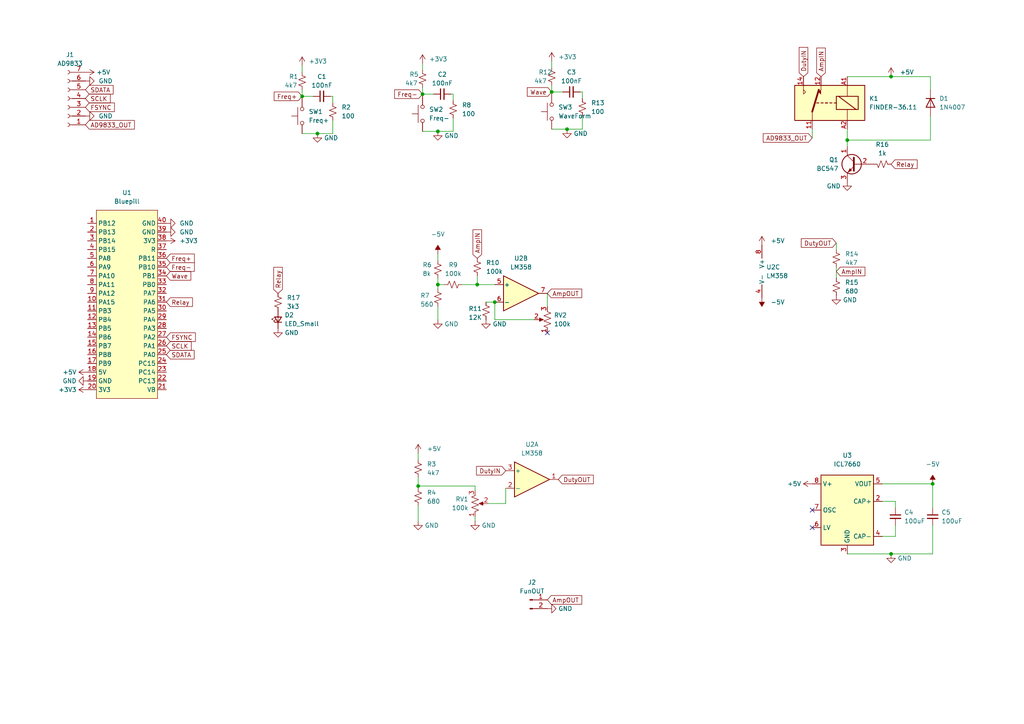
<source format=kicad_sch>
(kicad_sch (version 20211123) (generator eeschema)
  (paper "A4")
  (lib_symbols
    (symbol "Amplifier_Operational:LM358" (pin_names (offset 0.127))
      (property "Reference" "U" (at 0 5.08 0))
      (property "Value" "LM358" (at 0 -5.08 0))
      (symbol "LM358_1_1"
        (polyline (pts (xy -5.08 5.08) (xy 5.08 0) (xy -5.08 -5.08) (xy -5.08 5.08)) (stroke (width 0.254)) (fill (type background)))
        (pin output line (at 7.62 0 180) (length 2.54) (name "~") (number "1"))
        (pin input line (at -7.62 -2.54 0) (length 2.54) (name "-") (number "2"))
        (pin input line (at -7.62 2.54 0) (length 2.54) (name "+") (number "3"))
      )
      (symbol "LM358_2_1"
        (polyline (pts (xy -5.08 5.08) (xy 5.08 0) (xy -5.08 -5.08) (xy -5.08 5.08)) (stroke (width 0.254)) (fill (type background)))
        (pin input line (at -7.62 2.54 0) (length 2.54) (name "+") (number "5"))
        (pin input line (at -7.62 -2.54 0) (length 2.54) (name "-") (number "6"))
        (pin output line (at 7.62 0 180) (length 2.54) (name "~") (number "7"))
      )
      (symbol "LM358_3_1"
        (pin power_in line (at -2.54 -7.62 90) (length 3.81) (name "V-") (number "4"))
        (pin power_in line (at -2.54 7.62 270) (length 3.81) (name "V+") (number "8"))
      )
    )
    (symbol "Bluepill:Bluepill"
      (property "Reference" "U" (at 6.35 25.4 0))
      (property "Value" "Bluepill" (at -3.81 25.4 0))
      (symbol "Bluepill_0_1"
        (rectangle (start -7.62 -30.48) (end 10.16 24.13) (fill (type background)))
      )
      (symbol "Bluepill_1_1"
        (pin bidirectional line (at -10.16 20.32 0) (length 2.54) (name "PB12") (number "1"))
        (pin bidirectional line (at -10.16 -2.54 0) (length 2.54) (name "PA15") (number "10"))
        (pin bidirectional line (at -10.16 -5.08 0) (length 2.54) (name "PB3") (number "11"))
        (pin bidirectional line (at -10.16 -7.62 0) (length 2.54) (name "PB4") (number "12"))
        (pin bidirectional line (at -10.16 -10.16 0) (length 2.54) (name "PB5") (number "13"))
        (pin bidirectional line (at -10.16 -12.7 0) (length 2.54) (name "PB6") (number "14"))
        (pin bidirectional line (at -10.16 -15.24 0) (length 2.54) (name "PB7") (number "15"))
        (pin bidirectional line (at -10.16 -17.78 0) (length 2.54) (name "PB8") (number "16"))
        (pin bidirectional line (at -10.16 -20.32 0) (length 2.54) (name "PB9") (number "17"))
        (pin power_out line (at -10.16 -22.86 0) (length 2.54) (name "5V") (number "18"))
        (pin power_out line (at -10.16 -25.4 0) (length 2.54) (name "GND") (number "19"))
        (pin bidirectional line (at -10.16 17.78 0) (length 2.54) (name "PB13") (number "2"))
        (pin power_out line (at -10.16 -27.94 0) (length 2.54) (name "3V3") (number "20"))
        (pin power_in line (at 12.7 -27.94 180) (length 2.54) (name "VB") (number "21"))
        (pin bidirectional line (at 12.7 -25.4 180) (length 2.54) (name "PC13") (number "22"))
        (pin bidirectional line (at 12.7 -22.86 180) (length 2.54) (name "PC14") (number "23"))
        (pin bidirectional line (at 12.7 -20.32 180) (length 2.54) (name "PC15") (number "24"))
        (pin bidirectional line (at 12.7 -17.78 180) (length 2.54) (name "PA0") (number "25"))
        (pin bidirectional line (at 12.7 -15.24 180) (length 2.54) (name "PA1") (number "26"))
        (pin bidirectional line (at 12.7 -12.7 180) (length 2.54) (name "PA2") (number "27"))
        (pin bidirectional line (at 12.7 -10.16 180) (length 2.54) (name "PA3") (number "28"))
        (pin bidirectional line (at 12.7 -7.62 180) (length 2.54) (name "PA4") (number "29"))
        (pin bidirectional line (at -10.16 15.24 0) (length 2.54) (name "PB14") (number "3"))
        (pin bidirectional line (at 12.7 -5.08 180) (length 2.54) (name "PA5") (number "30"))
        (pin bidirectional line (at 12.7 -2.54 180) (length 2.54) (name "PA6") (number "31"))
        (pin bidirectional line (at 12.7 0 180) (length 2.54) (name "PA7") (number "32"))
        (pin bidirectional line (at 12.7 2.54 180) (length 2.54) (name "PB0") (number "33"))
        (pin bidirectional line (at 12.7 5.08 180) (length 2.54) (name "PB1") (number "34"))
        (pin bidirectional line (at 12.7 7.62 180) (length 2.54) (name "PB10") (number "35"))
        (pin bidirectional line (at 12.7 10.16 180) (length 2.54) (name "PB11") (number "36"))
        (pin bidirectional line (at 12.7 12.7 180) (length 2.54) (name "R") (number "37"))
        (pin power_out line (at 12.7 15.24 180) (length 2.54) (name "3V3") (number "38"))
        (pin power_out line (at 12.7 17.78 180) (length 2.54) (name "GND") (number "39"))
        (pin bidirectional line (at -10.16 12.7 0) (length 2.54) (name "PB15") (number "4"))
        (pin power_out line (at 12.7 20.32 180) (length 2.54) (name "GND") (number "40"))
        (pin bidirectional line (at -10.16 10.16 0) (length 2.54) (name "PA8") (number "5"))
        (pin bidirectional line (at -10.16 7.62 0) (length 2.54) (name "PA9") (number "6"))
        (pin bidirectional line (at -10.16 5.08 0) (length 2.54) (name "PA10") (number "7"))
        (pin bidirectional line (at -10.16 2.54 0) (length 2.54) (name "PA11") (number "8"))
        (pin bidirectional line (at -10.16 0 0) (length 2.54) (name "PA12") (number "9"))
      )
    )
    (symbol "Connector:Conn_01x02_Male" (pin_names (offset 1.016) hide)
      (property "Reference" "J" (at 0 2.54 0))
      (property "Value" "Conn_01x02_Male" (at 0 -5.08 0))
      (symbol "Conn_01x02_Male_1_1"
        (polyline (pts (xy 1.27 -2.54) (xy 0.8636 -2.54)) (stroke (width 0.1524)))
        (polyline (pts (xy 1.27 0) (xy 0.8636 0)) (stroke (width 0.1524)))
        (rectangle (start 0.8636 -2.413) (end 0 -2.667) (stroke (width 0.1524)) (fill (type outline)))
        (rectangle (start 0.8636 0.127) (end 0 -0.127) (stroke (width 0.1524)) (fill (type outline)))
        (pin passive line (at 5.08 0 180) (length 3.81) (name "Pin_1") (number "1"))
        (pin passive line (at 5.08 -2.54 180) (length 3.81) (name "Pin_2") (number "2"))
      )
    )
    (symbol "Connector:Conn_01x07_Female" (pin_names (offset 1.016) hide)
      (property "Reference" "J" (at 0 10.16 0))
      (property "Value" "Conn_01x07_Female" (at 0 -10.16 0))
      (symbol "Conn_01x07_Female_1_1"
        (arc (start 0 -7.112) (mid -0.508 -7.62) (end 0 -8.128) (stroke (width 0.1524)))
        (arc (start 0 -4.572) (mid -0.508 -5.08) (end 0 -5.588) (stroke (width 0.1524)))
        (arc (start 0 -2.032) (mid -0.508 -2.54) (end 0 -3.048) (stroke (width 0.1524)))
        (polyline (pts (xy -1.27 -7.62) (xy -0.508 -7.62)) (stroke (width 0.1524)))
        (polyline (pts (xy -1.27 -5.08) (xy -0.508 -5.08)) (stroke (width 0.1524)))
        (polyline (pts (xy -1.27 -2.54) (xy -0.508 -2.54)) (stroke (width 0.1524)))
        (polyline (pts (xy -1.27 0) (xy -0.508 0)) (stroke (width 0.1524)))
        (polyline (pts (xy -1.27 2.54) (xy -0.508 2.54)) (stroke (width 0.1524)))
        (polyline (pts (xy -1.27 5.08) (xy -0.508 5.08)) (stroke (width 0.1524)))
        (polyline (pts (xy -1.27 7.62) (xy -0.508 7.62)) (stroke (width 0.1524)))
        (arc (start 0 0.508) (mid -0.508 0) (end 0 -0.508) (stroke (width 0.1524)))
        (arc (start 0 3.048) (mid -0.508 2.54) (end 0 2.032) (stroke (width 0.1524)))
        (arc (start 0 5.588) (mid -0.508 5.08) (end 0 4.572) (stroke (width 0.1524)))
        (arc (start 0 8.128) (mid -0.508 7.62) (end 0 7.112) (stroke (width 0.1524)))
        (pin passive line (at -5.08 7.62 0) (length 3.81) (name "Pin_1") (number "1"))
        (pin passive line (at -5.08 5.08 0) (length 3.81) (name "Pin_2") (number "2"))
        (pin passive line (at -5.08 2.54 0) (length 3.81) (name "Pin_3") (number "3"))
        (pin passive line (at -5.08 0 0) (length 3.81) (name "Pin_4") (number "4"))
        (pin passive line (at -5.08 -2.54 0) (length 3.81) (name "Pin_5") (number "5"))
        (pin passive line (at -5.08 -5.08 0) (length 3.81) (name "Pin_6") (number "6"))
        (pin passive line (at -5.08 -7.62 0) (length 3.81) (name "Pin_7") (number "7"))
      )
    )
    (symbol "Device:C_Small" (pin_numbers hide) (pin_names (offset 0.254) hide)
      (property "Reference" "C" (at 0.254 1.778 0))
      (property "Value" "C_Small" (at 0.254 -2.032 0))
      (symbol "C_Small_0_1"
        (polyline (pts (xy -1.524 -0.508) (xy 1.524 -0.508)) (stroke (width 0.3302)))
        (polyline (pts (xy -1.524 0.508) (xy 1.524 0.508)) (stroke (width 0.3048)))
      )
      (symbol "C_Small_1_1"
        (pin passive line (at 0 2.54 270) (length 2.032) (name "~") (number "1"))
        (pin passive line (at 0 -2.54 90) (length 2.032) (name "~") (number "2"))
      )
    )
    (symbol "Device:LED_Small" (pin_numbers hide) (pin_names (offset 0.254) hide)
      (property "Reference" "D" (at -1.27 3.175 0))
      (property "Value" "LED_Small" (at -4.445 -2.54 0))
      (symbol "LED_Small_0_1"
        (polyline (pts (xy -0.762 -1.016) (xy -0.762 1.016)) (stroke (width 0.254)))
        (polyline (pts (xy 1.016 0) (xy -0.762 0)))
        (polyline (pts (xy 0.762 -1.016) (xy -0.762 0) (xy 0.762 1.016) (xy 0.762 -1.016)) (stroke (width 0.254)))
        (polyline (pts (xy 0 0.762) (xy -0.508 1.27) (xy -0.254 1.27) (xy -0.508 1.27) (xy -0.508 1.016)))
        (polyline (pts (xy 0.508 1.27) (xy 0 1.778) (xy 0.254 1.778) (xy 0 1.778) (xy 0 1.524)))
      )
      (symbol "LED_Small_1_1"
        (pin passive line (at -2.54 0 0) (length 1.778) (name "K") (number "1"))
        (pin passive line (at 2.54 0 180) (length 1.778) (name "A") (number "2"))
      )
    )
    (symbol "Device:R_Potentiometer_US" (pin_names (offset 1.016) hide)
      (property "Reference" "RV" (at -4.445 0 90))
      (property "Value" "R_Potentiometer_US" (at -2.54 0 90))
      (symbol "R_Potentiometer_US_0_1"
        (polyline (pts (xy 0 -2.286) (xy 0 -2.54)))
        (polyline (pts (xy 0 2.54) (xy 0 2.286)))
        (polyline (pts (xy 2.54 0) (xy 1.524 0)))
        (polyline (pts (xy 1.143 0) (xy 2.286 0.508) (xy 2.286 -0.508) (xy 1.143 0)) (fill (type outline)))
        (polyline (pts (xy 0 -0.762) (xy 1.016 -1.143) (xy 0 -1.524) (xy -1.016 -1.905) (xy 0 -2.286)))
        (polyline (pts (xy 0 0.762) (xy 1.016 0.381) (xy 0 0) (xy -1.016 -0.381) (xy 0 -0.762)))
        (polyline (pts (xy 0 2.286) (xy 1.016 1.905) (xy 0 1.524) (xy -1.016 1.143) (xy 0 0.762)))
      )
      (symbol "R_Potentiometer_US_1_1"
        (pin passive line (at 0 3.81 270) (length 1.27) (name "1") (number "1"))
        (pin passive line (at 3.81 0 180) (length 1.27) (name "2") (number "2"))
        (pin passive line (at 0 -3.81 90) (length 1.27) (name "3") (number "3"))
      )
    )
    (symbol "Device:R_Small_US" (pin_numbers hide) (pin_names (offset 0.254) hide)
      (property "Reference" "R" (at 0.762 0.508 0))
      (property "Value" "R_Small_US" (at 0.762 -1.016 0))
      (symbol "R_Small_US_1_1"
        (polyline (pts (xy 0 0) (xy 1.016 -0.381) (xy 0 -0.762) (xy -1.016 -1.143) (xy 0 -1.524)))
        (polyline (pts (xy 0 1.524) (xy 1.016 1.143) (xy 0 0.762) (xy -1.016 0.381) (xy 0 0)))
        (pin passive line (at 0 2.54 270) (length 1.016) (name "~") (number "1"))
        (pin passive line (at 0 -2.54 90) (length 1.016) (name "~") (number "2"))
      )
    )
    (symbol "Diode:1N4007" (pin_numbers hide) (pin_names (offset 1.016) hide)
      (property "Reference" "D" (at 0 2.54 0))
      (property "Value" "1N4007" (at 0 -2.54 0))
      (symbol "1N4007_0_1"
        (polyline (pts (xy -1.27 1.27) (xy -1.27 -1.27)) (stroke (width 0.254)))
        (polyline (pts (xy 1.27 0) (xy -1.27 0)))
        (polyline (pts (xy 1.27 1.27) (xy 1.27 -1.27) (xy -1.27 0) (xy 1.27 1.27)) (stroke (width 0.254)))
      )
      (symbol "1N4007_1_1"
        (pin passive line (at -3.81 0 0) (length 2.54) (name "K") (number "1"))
        (pin passive line (at 3.81 0 180) (length 2.54) (name "A") (number "2"))
      )
    )
    (symbol "Regulator_SwitchedCapacitor:ICL7660"
      (property "Reference" "U" (at -6.35 11.43 0))
      (property "Value" "ICL7660" (at 3.81 11.43 0))
      (symbol "ICL7660_0_1"
        (rectangle (start -7.62 10.16) (end 7.62 -10.16) (stroke (width 0.254)) (fill (type background)))
      )
      (symbol "ICL7660_1_1"
        (pin no_connect line (at -7.62 5.08 0) (length 2.54) hide (name "NC") (number "1"))
        (pin input line (at 10.16 2.54 180) (length 2.54) (name "CAP+") (number "2"))
        (pin power_in line (at 0 -12.7 90) (length 2.54) (name "GND") (number "3"))
        (pin input line (at 10.16 -7.62 180) (length 2.54) (name "CAP-") (number "4"))
        (pin power_out line (at 10.16 7.62 180) (length 2.54) (name "VOUT") (number "5"))
        (pin input line (at -10.16 -5.08 0) (length 2.54) (name "LV") (number "6"))
        (pin input line (at -10.16 0 0) (length 2.54) (name "OSC") (number "7"))
        (pin power_in line (at -10.16 7.62 0) (length 2.54) (name "V+") (number "8"))
      )
    )
    (symbol "Relay:FINDER-36.11"
      (property "Reference" "K" (at 11.43 3.81 0))
      (property "Value" "FINDER-36.11" (at 11.43 1.27 0))
      (symbol "FINDER-36.11_0_0"
        (polyline (pts (xy 2.54 3.81) (xy 2.54 5.08)))
        (polyline (pts (xy 7.62 3.81) (xy 7.62 5.08)))
        (polyline (pts (xy 7.62 3.81) (xy 7.62 2.54) (xy 6.985 3.175) (xy 7.62 3.81)))
      )
      (symbol "FINDER-36.11_0_1"
        (rectangle (start -10.16 5.08) (end 10.16 -5.08) (stroke (width 0.254)) (fill (type background)))
        (rectangle (start -8.255 1.905) (end -1.905 -1.905) (stroke (width 0.254)))
        (polyline (pts (xy -7.62 -1.905) (xy -2.54 1.905)) (stroke (width 0.254)))
        (polyline (pts (xy -5.08 -5.08) (xy -5.08 -1.905)))
        (polyline (pts (xy -5.08 5.08) (xy -5.08 1.905)))
        (polyline (pts (xy -1.905 0) (xy -1.27 0)) (stroke (width 0.254)))
        (polyline (pts (xy -0.635 0) (xy 0 0)) (stroke (width 0.254)))
        (polyline (pts (xy 0.635 0) (xy 1.27 0)) (stroke (width 0.254)))
        (polyline (pts (xy 0.635 0) (xy 1.27 0)) (stroke (width 0.254)))
        (polyline (pts (xy 1.905 0) (xy 2.54 0)) (stroke (width 0.254)))
        (polyline (pts (xy 3.175 0) (xy 3.81 0)) (stroke (width 0.254)))
        (polyline (pts (xy 5.08 -2.54) (xy 3.175 3.81)) (stroke (width 0.508)))
        (polyline (pts (xy 5.08 -2.54) (xy 5.08 -5.08)))
        (polyline (pts (xy 2.54 2.54) (xy 3.175 3.175) (xy 2.54 3.81)) (fill (type outline)))
      )
      (symbol "FINDER-36.11_1_1"
        (pin passive line (at 5.08 -7.62 90) (length 2.54) (name "~") (number "11"))
        (pin passive line (at 2.54 7.62 270) (length 2.54) (name "~") (number "12"))
        (pin passive line (at 7.62 7.62 270) (length 2.54) (name "~") (number "14"))
        (pin passive line (at -5.08 7.62 270) (length 2.54) (name "~") (number "A1"))
        (pin passive line (at -5.08 -7.62 90) (length 2.54) (name "~") (number "A2"))
      )
    )
    (symbol "Switch:SW_Push" (pin_numbers hide) (pin_names (offset 1.016) hide)
      (property "Reference" "SW" (at 1.27 2.54 0))
      (property "Value" "SW_Push" (at 0 -1.524 0))
      (symbol "SW_Push_0_1"
        (circle (center -2.032 0) (radius 0.508))
        (polyline (pts (xy 0 1.27) (xy 0 3.048)))
        (polyline (pts (xy 2.54 1.27) (xy -2.54 1.27)))
        (circle (center 2.032 0) (radius 0.508))
        (pin passive line (at -5.08 0 0) (length 2.54) (name "1") (number "1"))
        (pin passive line (at 5.08 0 180) (length 2.54) (name "2") (number "2"))
      )
    )
    (symbol "Transistor_BJT:BC547" (pin_names (offset 0) hide)
      (property "Reference" "Q" (at 5.08 1.905 0))
      (property "Value" "BC547" (at 5.08 0 0))
      (symbol "BC547_0_1"
        (polyline (pts (xy 0 0) (xy 0.635 0)))
        (polyline (pts (xy 0.635 0.635) (xy 2.54 2.54)))
        (polyline (pts (xy 0.635 -0.635) (xy 2.54 -2.54) (xy 2.54 -2.54)))
        (polyline (pts (xy 0.635 1.905) (xy 0.635 -1.905) (xy 0.635 -1.905)) (stroke (width 0.508)))
        (polyline (pts (xy 1.27 -1.778) (xy 1.778 -1.27) (xy 2.286 -2.286) (xy 1.27 -1.778) (xy 1.27 -1.778)) (fill (type outline)))
        (circle (center 1.27 0) (radius 2.8194) (stroke (width 0.254)))
      )
      (symbol "BC547_1_1"
        (pin passive line (at 2.54 5.08 270) (length 2.54) (name "C") (number "1"))
        (pin input line (at -5.08 0 0) (length 5.08) (name "B") (number "2"))
        (pin passive line (at 2.54 -5.08 90) (length 2.54) (name "E") (number "3"))
      )
    )
    (symbol "power:+3V3" (power) (pin_names (offset 0))
      (property "Value" "+3V3" (at 0 3.556 0))
      (symbol "+3V3_0_1"
        (polyline (pts (xy -0.762 1.27) (xy 0 2.54)))
        (polyline (pts (xy 0 0) (xy 0 2.54)))
        (polyline (pts (xy 0 2.54) (xy 0.762 1.27)))
      )
      (symbol "+3V3_1_1"
        (pin power_in line (at 0 0 90) (length 0) hide (name "+3V3") (number "1"))
      )
    )
    (symbol "power:+5V" (power) (pin_names (offset 0))
      (property "Value" "+5V" (at 0 3.556 0))
      (symbol "+5V_0_1"
        (polyline (pts (xy -0.762 1.27) (xy 0 2.54)))
        (polyline (pts (xy 0 0) (xy 0 2.54)))
        (polyline (pts (xy 0 2.54) (xy 0.762 1.27)))
      )
      (symbol "+5V_1_1"
        (pin power_in line (at 0 0 90) (length 0) hide (name "+5V") (number "1"))
      )
    )
    (symbol "power:-5V" (power) (pin_names (offset 0))
      (property "Value" "-5V" (at 0 3.81 0))
      (symbol "-5V_0_0"
        (pin power_in line (at 0 0 90) (length 0) hide (name "-5V") (number "1"))
      )
      (symbol "-5V_0_1"
        (polyline (pts (xy 0 0) (xy 0 1.27) (xy 0.762 1.27) (xy 0 2.54) (xy -0.762 1.27) (xy 0 1.27)) (fill (type outline)))
      )
    )
    (symbol "power:GND" (power) (pin_names (offset 0))
      (property "Value" "GND" (at 0 -3.81 0))
      (symbol "GND_0_1"
        (polyline (pts (xy 0 0) (xy 0 -1.27) (xy 1.27 -1.27) (xy 0 -2.54) (xy -1.27 -1.27) (xy 0 -1.27)))
      )
      (symbol "GND_1_1"
        (pin power_in line (at 0 0 270) (length 0) hide (name "GND") (number "1"))
      )
    )
  )
  (junction (at 122.555 27.305))
  (junction (at 164.465 37.465))
  (junction (at 258.445 160.655))
  (junction (at 258.445 22.225))
  (junction (at 127 82.55))
  (junction (at 245.745 40.64))
  (junction (at 92.075 38.735))
  (junction (at 160.02 26.67))
  (junction (at 87.63 27.94))
  (junction (at 127 38.1))
  (junction (at 121.285 140.97))
  (junction (at 143.51 87.63))
  (junction (at 270.51 140.335))
  (junction (at 138.43 82.55))
  (no_connect (at 235.585 147.955))
  (no_connect (at 235.585 153.035))
  (no_connect (at 158.75 96.52))
  (wire (pts (xy 160.02 26.67) (xy 163.195 26.67)))
  (wire (pts (xy 143.51 87.63) (xy 143.51 92.71)))
  (wire (pts (xy 242.57 80.645) (xy 242.57 77.47)))
  (wire (pts (xy 121.285 131.445) (xy 121.285 133.35)))
  (wire (pts (xy 146.685 141.605) (xy 146.685 146.05)))
  (wire (pts (xy 137.795 149.86) (xy 137.795 151.13)))
  (wire (pts (xy 255.905 155.575) (xy 259.715 155.575)))
  (wire (pts (xy 133.985 82.55) (xy 138.43 82.55)))
  (wire (pts (xy 96.52 38.735) (xy 92.075 38.735)))
  (wire (pts (xy 258.445 22.225) (xy 269.875 22.225)))
  (wire (pts (xy 270.51 140.335) (xy 270.51 147.32)))
  (wire (pts (xy 146.685 146.05) (xy 141.605 146.05)))
  (wire (pts (xy 121.285 140.97) (xy 121.285 141.605)))
  (wire (pts (xy 259.715 155.575) (xy 259.715 152.4)))
  (wire (pts (xy 122.555 27.305) (xy 125.73 27.305)))
  (wire (pts (xy 258.445 160.655) (xy 270.51 160.655)))
  (wire (pts (xy 95.885 27.94) (xy 96.52 27.94)))
  (wire (pts (xy 121.285 138.43) (xy 121.285 140.97)))
  (wire (pts (xy 160.02 26.67) (xy 160.02 27.305)))
  (wire (pts (xy 270.51 160.655) (xy 270.51 152.4)))
  (wire (pts (xy 245.745 42.545) (xy 245.745 40.64)))
  (wire (pts (xy 131.445 38.1) (xy 127 38.1)))
  (wire (pts (xy 168.91 26.67) (xy 168.91 28.575)))
  (wire (pts (xy 127 38.1) (xy 122.555 38.1)))
  (wire (pts (xy 245.745 40.64) (xy 245.745 37.465)))
  (wire (pts (xy 138.43 80.01) (xy 138.43 82.55)))
  (wire (pts (xy 140.97 87.63) (xy 143.51 87.63)))
  (wire (pts (xy 138.43 82.55) (xy 143.51 82.55)))
  (wire (pts (xy 160.02 24.765) (xy 160.02 26.67)))
  (wire (pts (xy 269.875 33.655) (xy 269.875 40.64)))
  (wire (pts (xy 235.585 37.465) (xy 235.585 40.005)))
  (wire (pts (xy 245.745 160.655) (xy 258.445 160.655)))
  (wire (pts (xy 127 73.66) (xy 127 75.565)))
  (wire (pts (xy 158.75 85.09) (xy 158.75 88.9)))
  (wire (pts (xy 127 82.55) (xy 128.905 82.55)))
  (wire (pts (xy 269.875 22.225) (xy 269.875 26.035)))
  (wire (pts (xy 168.275 26.67) (xy 168.91 26.67)))
  (wire (pts (xy 137.795 140.97) (xy 121.285 140.97)))
  (wire (pts (xy 121.285 151.13) (xy 121.285 146.685)))
  (wire (pts (xy 87.63 27.94) (xy 90.805 27.94)))
  (wire (pts (xy 137.795 142.24) (xy 137.795 140.97)))
  (wire (pts (xy 168.91 33.655) (xy 168.91 37.465)))
  (wire (pts (xy 242.57 70.485) (xy 242.57 72.39)))
  (wire (pts (xy 269.875 40.64) (xy 245.745 40.64)))
  (wire (pts (xy 122.555 18.415) (xy 122.555 20.32)))
  (wire (pts (xy 127 80.645) (xy 127 82.55)))
  (wire (pts (xy 168.91 37.465) (xy 164.465 37.465)))
  (wire (pts (xy 96.52 34.925) (xy 96.52 38.735)))
  (wire (pts (xy 87.63 19.05) (xy 87.63 20.955)))
  (wire (pts (xy 164.465 37.465) (xy 160.02 37.465)))
  (wire (pts (xy 131.445 27.305) (xy 131.445 29.21)))
  (wire (pts (xy 130.81 27.305) (xy 131.445 27.305)))
  (wire (pts (xy 131.445 34.29) (xy 131.445 38.1)))
  (wire (pts (xy 143.51 92.71) (xy 154.94 92.71)))
  (wire (pts (xy 96.52 27.94) (xy 96.52 29.845)))
  (wire (pts (xy 127 92.71) (xy 127 88.9)))
  (wire (pts (xy 87.63 27.94) (xy 87.63 28.575)))
  (wire (pts (xy 122.555 25.4) (xy 122.555 27.305)))
  (wire (pts (xy 122.555 27.305) (xy 122.555 27.94)))
  (wire (pts (xy 87.63 26.035) (xy 87.63 27.94)))
  (wire (pts (xy 92.075 38.735) (xy 87.63 38.735)))
  (wire (pts (xy 255.905 145.415) (xy 259.715 145.415)))
  (wire (pts (xy 259.715 145.415) (xy 259.715 147.32)))
  (wire (pts (xy 255.905 140.335) (xy 270.51 140.335)))
  (wire (pts (xy 245.745 22.225) (xy 258.445 22.225)))
  (wire (pts (xy 160.02 17.78) (xy 160.02 19.685)))
  (wire (pts (xy 127 82.55) (xy 127 83.82)))
  (global_label "AmpIN" (shape input) (at 138.43 74.93 90) (property "Intersheet References" "${INTERSHEET_REFS}" (effects hide)))
  (global_label "DutyOUT" (shape input) (at 242.57 70.485 180) (property "Intersheet References" "${INTERSHEET_REFS}" (effects hide)))
  (global_label "Relay" (shape input) (at 80.645 85.09 90) (property "Intersheet References" "${INTERSHEET_REFS}" (effects hide)))
  (global_label "Relay" (shape input) (at 48.26 87.63 0) (property "Intersheet References" "${INTERSHEET_REFS}" (effects hide)))
  (global_label "FSYNC" (shape input) (at 48.26 97.79 0) (property "Intersheet References" "${INTERSHEET_REFS}" (effects hide)))
  (global_label "Freq+" (shape input) (at 87.63 27.94 180) (property "Intersheet References" "${INTERSHEET_REFS}" (effects hide)))
  (global_label "SCLK" (shape input) (at 24.765 28.575 0) (property "Intersheet References" "${INTERSHEET_REFS}" (effects hide)))
  (global_label "Freq-" (shape input) (at 122.555 27.305 180) (property "Intersheet References" "${INTERSHEET_REFS}" (effects hide)))
  (global_label "DutyIN" (shape input) (at 146.685 136.525 180) (property "Intersheet References" "${INTERSHEET_REFS}" (effects hide)))
  (global_label "Freq-" (shape input) (at 48.26 77.47 0) (property "Intersheet References" "${INTERSHEET_REFS}" (effects hide)))
  (global_label "DutyOUT" (shape input) (at 161.925 139.065 0) (property "Intersheet References" "${INTERSHEET_REFS}" (effects hide)))
  (global_label "Wave" (shape input) (at 160.02 26.67 180) (property "Intersheet References" "${INTERSHEET_REFS}" (effects hide)))
  (global_label "AD9833_OUT" (shape input) (at 24.765 36.195 0) (property "Intersheet References" "${INTERSHEET_REFS}" (effects hide)))
  (global_label "AD9833_OUT" (shape input) (at 235.585 40.005 180) (property "Intersheet References" "${INTERSHEET_REFS}" (effects hide)))
  (global_label "AmpOUT" (shape input) (at 158.75 85.09 0) (property "Intersheet References" "${INTERSHEET_REFS}" (effects hide)))
  (global_label "FSYNC" (shape input) (at 24.765 31.115 0) (property "Intersheet References" "${INTERSHEET_REFS}" (effects hide)))
  (global_label "DutyIN" (shape input) (at 233.045 22.225 90) (property "Intersheet References" "${INTERSHEET_REFS}" (effects hide)))
  (global_label "SDATA" (shape input) (at 48.26 102.87 0) (property "Intersheet References" "${INTERSHEET_REFS}" (effects hide)))
  (global_label "Relay" (shape input) (at 258.445 47.625 0) (property "Intersheet References" "${INTERSHEET_REFS}" (effects hide)))
  (global_label "SCLK" (shape input) (at 48.26 100.33 0) (property "Intersheet References" "${INTERSHEET_REFS}" (effects hide)))
  (global_label "AmpIN" (shape input) (at 242.57 78.74 0) (property "Intersheet References" "${INTERSHEET_REFS}" (effects hide)))
  (global_label "SDATA" (shape input) (at 24.765 26.035 0) (property "Intersheet References" "${INTERSHEET_REFS}" (effects hide)))
  (global_label "Freq+" (shape input) (at 48.26 74.93 0) (property "Intersheet References" "${INTERSHEET_REFS}" (effects hide)))
  (global_label "Wave" (shape input) (at 48.26 80.01 0) (property "Intersheet References" "${INTERSHEET_REFS}" (effects hide)))
  (global_label "AmpIN" (shape input) (at 238.125 22.225 90) (property "Intersheet References" "${INTERSHEET_REFS}" (effects hide)))
  (global_label "AmpOUT" (shape input) (at 158.75 173.99 0) (property "Intersheet References" "${INTERSHEET_REFS}" (effects hide)))
  (symbol (lib_id "Device:R_Small_US") (at 160.02 22.225 0) (unit 1)
    (property "Reference" "R12" (at 156.21 20.955 0) (effects (justify left)))
    (property "Value" "4k7" (at 154.94 23.495 0) (effects (justify left)))
    (property "Footprint" "Resistor_THT:R_Axial_DIN0414_L11.9mm_D4.5mm_P15.24mm_Horizontal" (effects hide))
  )
  (symbol (lib_id "power:+3V3") (at 87.63 19.05 0) (unit 1)
    (property "Reference" "#PWR0118" (effects hide))
    (property "Value" "+3V3" (at 89.535 17.7799 0) (effects (justify left)))
  )
  (symbol (lib_id "power:GND") (at 48.26 67.31 90) (unit 1)
    (property "Reference" "#PWR0122" (effects hide))
    (property "Value" "GND" (at 52.07 67.3099 90) (effects (justify right)))
  )
  (symbol (lib_id "Device:R_Potentiometer_US") (at 137.795 146.05 0) (mirror x) (unit 1)
    (property "Reference" "RV1" (at 135.89 144.7799 0) (effects (justify right)))
    (property "Value" "100k" (at 135.89 147.3199 0) (effects (justify right)))
    (property "Footprint" "Potentiometer_THT:Potentiometer_Alps_RK09Y11_Single_Horizontal" (effects hide))
  )
  (symbol (lib_id "Device:R_Small_US") (at 138.43 77.47 0) (unit 1)
    (property "Reference" "R10" (at 140.97 76.1999 0) (effects (justify left)))
    (property "Value" "100k" (at 140.97 78.7399 0) (effects (justify left)))
    (property "Footprint" "Resistor_THT:R_Axial_DIN0414_L11.9mm_D4.5mm_P15.24mm_Horizontal" (effects hide))
  )
  (symbol (lib_id "Device:R_Small_US") (at 127 78.105 0) (unit 1)
    (property "Reference" "R6" (at 122.555 76.835 0) (effects (justify left)))
    (property "Value" "8k" (at 122.555 79.375 0) (effects (justify left)))
    (property "Footprint" "Resistor_THT:R_Axial_DIN0414_L11.9mm_D4.5mm_P15.24mm_Horizontal" (effects hide))
  )
  (symbol (lib_id "power:GND") (at 92.075 38.735 0) (unit 1)
    (property "Reference" "#PWR0113" (effects hide))
    (property "Value" "GND" (at 93.98 40.0049 0) (effects (justify left)))
  )
  (symbol (lib_id "Device:R_Small_US") (at 131.445 82.55 270) (unit 1)
    (property "Reference" "R9" (at 131.445 76.835 90))
    (property "Value" "100k" (at 131.445 79.375 90))
    (property "Footprint" "Resistor_THT:R_Axial_DIN0414_L11.9mm_D4.5mm_P15.24mm_Horizontal" (effects hide))
  )
  (symbol (lib_id "power:-5V") (at 220.98 86.36 180) (unit 1)
    (property "Reference" "#PWR0109" (effects hide))
    (property "Value" "-5V" (at 223.52 87.6299 0) (effects (justify right)))
  )
  (symbol (lib_id "Device:C_Small") (at 270.51 149.86 0) (unit 1)
    (property "Reference" "C5" (at 273.05 148.5962 0) (effects (justify left)))
    (property "Value" "100uF" (at 273.05 151.1362 0) (effects (justify left)))
    (property "Footprint" "Capacitor_THT:CP_Radial_D12.5mm_P5.00mm" (effects hide))
  )
  (symbol (lib_id "power:+5V") (at 24.765 20.955 270) (unit 1)
    (property "Reference" "#PWR0120" (effects hide))
    (property "Value" "+5V" (at 27.94 20.9549 90) (effects (justify left)))
  )
  (symbol (lib_id "power:GND") (at 258.445 160.655 0) (unit 1)
    (property "Reference" "#PWR0106" (effects hide))
    (property "Value" "GND" (at 260.35 161.9249 0) (effects (justify left)))
  )
  (symbol (lib_id "power:GND") (at 80.645 95.25 0) (unit 1)
    (property "Reference" "#PWR0131" (effects hide))
    (property "Value" "GND" (at 82.55 96.5199 0) (effects (justify left)))
  )
  (symbol (lib_id "power:GND") (at 127 92.71 0) (unit 1)
    (property "Reference" "#PWR0129" (effects hide))
    (property "Value" "GND" (at 128.905 93.9799 0) (effects (justify left)))
  )
  (symbol (lib_id "Connector:Conn_01x07_Female") (at 19.685 28.575 180) (unit 1)
    (property "Reference" "J1" (at 20.32 15.875 0))
    (property "Value" "AD9833" (at 20.32 18.415 0))
    (property "Footprint" "Connector_PinSocket_2.54mm:PinSocket_1x07_P2.54mm_Vertical" (effects hide))
  )
  (symbol (lib_id "power:+5V") (at 258.445 22.225 0) (unit 1)
    (property "Reference" "#PWR0111" (effects hide))
    (property "Value" "+5V" (at 260.985 20.9549 0) (effects (justify left)))
  )
  (symbol (lib_id "Device:R_Small_US") (at 87.63 23.495 0) (unit 1)
    (property "Reference" "R1" (at 83.82 22.225 0) (effects (justify left)))
    (property "Value" "4k7" (at 82.55 24.765 0) (effects (justify left)))
    (property "Footprint" "Resistor_THT:R_Axial_DIN0414_L11.9mm_D4.5mm_P15.24mm_Horizontal" (effects hide))
  )
  (symbol (lib_id "Device:LED_Small") (at 80.645 92.71 90) (unit 1)
    (property "Reference" "D2" (at 82.55 91.3764 90) (effects (justify right)))
    (property "Value" "LED_Small" (at 82.55 93.9164 90) (effects (justify right)))
    (property "Footprint" "LED_THT:LED_D3.0mm" (effects hide))
  )
  (symbol (lib_id "power:+3V3") (at 25.4 113.03 90) (unit 1)
    (property "Reference" "#PWR0116" (effects hide))
    (property "Value" "+3V3" (at 22.225 113.0299 90) (effects (justify left)))
  )
  (symbol (lib_id "Device:C_Small") (at 259.715 149.86 0) (unit 1)
    (property "Reference" "C4" (at 262.255 148.5962 0) (effects (justify left)))
    (property "Value" "100uF" (at 262.255 151.1362 0) (effects (justify left)))
    (property "Footprint" "Capacitor_THT:CP_Radial_D12.5mm_P5.00mm" (effects hide))
  )
  (symbol (lib_id "Device:R_Small_US") (at 121.285 135.89 0) (unit 1)
    (property "Reference" "R3" (at 123.825 134.6199 0) (effects (justify left)))
    (property "Value" "4k7" (at 123.825 137.1599 0) (effects (justify left)))
    (property "Footprint" "Resistor_THT:R_Axial_DIN0414_L11.9mm_D4.5mm_P15.24mm_Horizontal" (effects hide))
  )
  (symbol (lib_id "power:GND") (at 121.285 151.13 0) (unit 1)
    (property "Reference" "#PWR0125" (effects hide))
    (property "Value" "GND" (at 123.19 152.3999 0) (effects (justify left)))
  )
  (symbol (lib_id "Transistor_BJT:BC547") (at 248.285 47.625 0) (mirror y) (unit 1)
    (property "Reference" "Q1" (at 243.205 46.3549 0) (effects (justify left)))
    (property "Value" "BC547" (at 243.205 48.8949 0) (effects (justify left)))
    (property "Footprint" "Package_TO_SOT_THT:TO-92_Inline" (effects hide))
    (property "Datasheet" "https://www.onsemi.com/pub/Collateral/BC550-D.pdf" (effects hide))
  )
  (symbol (lib_id "power:GND") (at 137.795 151.13 0) (unit 1)
    (property "Reference" "#PWR0127" (effects hide))
    (property "Value" "GND" (at 139.7 152.3999 0) (effects (justify left)))
  )
  (symbol (lib_id "Switch:SW_Push") (at 122.555 33.02 90) (unit 1)
    (property "Reference" "SW2" (at 124.46 31.7499 90) (effects (justify right)))
    (property "Value" "Freq-" (at 124.46 34.2899 90) (effects (justify right)))
    (property "Footprint" "Button_Switch_THT:SW_PUSH_6mm_H7.3mm" (effects hide))
  )
  (symbol (lib_id "Device:R_Potentiometer_US") (at 158.75 92.71 180) (unit 1)
    (property "Reference" "RV2" (at 160.655 91.4399 0) (effects (justify right)))
    (property "Value" "100k" (at 160.655 93.9799 0) (effects (justify right)))
    (property "Footprint" "Potentiometer_THT:Potentiometer_Alps_RK09Y11_Single_Horizontal" (effects hide))
  )
  (symbol (lib_id "power:-5V") (at 127 73.66 0) (unit 1)
    (property "Reference" "#PWR0124" (effects hide))
    (property "Value" "-5V" (at 127 67.945 0))
  )
  (symbol (lib_id "Amplifier_Operational:LM358") (at 151.13 85.09 0) (unit 2)
    (property "Reference" "U2" (at 151.13 74.93 0))
    (property "Value" "LM358" (at 151.13 77.47 0))
    (property "Footprint" "Package_DIP:DIP-8_W7.62mm_Socket_LongPads" (effects hide))
    (property "Datasheet" "http://www.ti.com/lit/ds/symlink/lm2904-n.pdf" (effects hide))
  )
  (symbol (lib_id "power:GND") (at 24.765 23.495 90) (unit 1)
    (property "Reference" "#PWR0119" (effects hide))
    (property "Value" "GND" (at 28.575 23.4949 90) (effects (justify right)))
  )
  (symbol (lib_id "Device:R_Small_US") (at 168.91 31.115 0) (unit 1)
    (property "Reference" "R13" (at 171.45 29.8449 0) (effects (justify left)))
    (property "Value" "100" (at 171.45 32.3849 0) (effects (justify left)))
    (property "Footprint" "Resistor_THT:R_Axial_DIN0414_L11.9mm_D4.5mm_P15.24mm_Horizontal" (effects hide))
  )
  (symbol (lib_id "power:+3V3") (at 160.02 17.78 0) (unit 1)
    (property "Reference" "#PWR0104" (effects hide))
    (property "Value" "+3V3" (at 161.925 16.5099 0) (effects (justify left)))
  )
  (symbol (lib_id "power:+5V") (at 235.585 140.335 90) (unit 1)
    (property "Reference" "#PWR0105" (effects hide))
    (property "Value" "+5V" (at 232.41 140.3349 90) (effects (justify left)))
  )
  (symbol (lib_id "power:GND") (at 158.75 176.53 90) (unit 1)
    (property "Reference" "#PWR0126" (effects hide))
    (property "Value" "GND" (at 161.925 176.5299 90) (effects (justify right)))
  )
  (symbol (lib_id "Device:C_Small") (at 93.345 27.94 90) (unit 1)
    (property "Reference" "C1" (at 93.345 22.225 90))
    (property "Value" "100nF" (at 93.345 24.765 90))
    (property "Footprint" "Capacitor_THT:CP_Radial_D10.0mm_P3.80mm" (effects hide))
  )
  (symbol (lib_id "power:GND") (at 164.465 37.465 0) (unit 1)
    (property "Reference" "#PWR0103" (effects hide))
    (property "Value" "GND" (at 166.37 38.7349 0) (effects (justify left)))
  )
  (symbol (lib_id "power:+5V") (at 220.98 71.12 0) (unit 1)
    (property "Reference" "#PWR0110" (effects hide))
    (property "Value" "+5V" (at 223.52 69.8499 0) (effects (justify left)))
  )
  (symbol (lib_id "power:GND") (at 127 38.1 0) (unit 1)
    (property "Reference" "#PWR0102" (effects hide))
    (property "Value" "GND" (at 128.905 39.3699 0) (effects (justify left)))
  )
  (symbol (lib_id "power:GND") (at 24.765 33.655 90) (unit 1)
    (property "Reference" "#PWR0117" (effects hide))
    (property "Value" "GND" (at 28.575 33.6549 90) (effects (justify right)))
  )
  (symbol (lib_id "power:GND") (at 48.26 64.77 90) (unit 1)
    (property "Reference" "#PWR0123" (effects hide))
    (property "Value" "GND" (at 52.07 64.7699 90) (effects (justify right)))
  )
  (symbol (lib_id "Device:R_Small_US") (at 140.97 90.17 0) (unit 1)
    (property "Reference" "R11" (at 135.89 89.535 0) (effects (justify left)))
    (property "Value" "12K" (at 135.89 92.075 0) (effects (justify left)))
    (property "Footprint" "Resistor_THT:R_Axial_DIN0414_L11.9mm_D4.5mm_P15.24mm_Horizontal" (effects hide))
  )
  (symbol (lib_id "Device:R_Small_US") (at 121.285 144.145 0) (unit 1)
    (property "Reference" "R4" (at 123.825 142.8749 0) (effects (justify left)))
    (property "Value" "680" (at 123.825 145.4149 0) (effects (justify left)))
    (property "Footprint" "Resistor_THT:R_Axial_DIN0414_L11.9mm_D4.5mm_P15.24mm_Horizontal" (effects hide))
  )
  (symbol (lib_id "Amplifier_Operational:LM358") (at 154.305 139.065 0) (unit 1)
    (property "Reference" "U2" (at 154.305 128.905 0))
    (property "Value" "LM358" (at 154.305 131.445 0))
    (property "Footprint" "Package_DIP:DIP-8_W7.62mm_Socket_LongPads" (effects hide))
    (property "Datasheet" "http://www.ti.com/lit/ds/symlink/lm2904-n.pdf" (effects hide))
  )
  (symbol (lib_id "Regulator_SwitchedCapacitor:ICL7660") (at 245.745 147.955 0) (unit 1)
    (property "Reference" "U3" (at 245.745 132.08 0))
    (property "Value" "ICL7660" (at 245.745 134.62 0))
    (property "Footprint" "Package_DIP:DIP-8_W7.62mm_Socket_LongPads" (effects hide))
    (property "Datasheet" "http://datasheets.maximintegrated.com/en/ds/ICL7660-MAX1044.pdf" (effects hide))
  )
  (symbol (lib_id "Device:R_Small_US") (at 242.57 83.185 0) (unit 1)
    (property "Reference" "R15" (at 245.11 81.9149 0) (effects (justify left)))
    (property "Value" "680" (at 245.11 84.4549 0) (effects (justify left)))
    (property "Footprint" "Resistor_THT:R_Axial_DIN0414_L11.9mm_D4.5mm_P15.24mm_Horizontal" (effects hide))
  )
  (symbol (lib_id "power:+5V") (at 121.285 131.445 0) (unit 1)
    (property "Reference" "#PWR0130" (effects hide))
    (property "Value" "+5V" (at 123.825 130.1749 0) (effects (justify left)))
  )
  (symbol (lib_id "Connector:Conn_01x02_Male") (at 153.67 173.99 0) (unit 1)
    (property "Reference" "J2" (at 154.305 168.91 0))
    (property "Value" "FunOUT" (at 154.305 171.45 0))
    (property "Footprint" "Connector_PinHeader_2.54mm:PinHeader_1x02_P2.54mm_Vertical" (effects hide))
  )
  (symbol (lib_id "Diode:1N4007") (at 269.875 29.845 270) (unit 1)
    (property "Reference" "D1" (at 272.415 28.5749 90) (effects (justify left)))
    (property "Value" "1N4007" (at 272.415 31.1149 90) (effects (justify left)))
    (property "Footprint" "Diode_THT:D_DO-41_SOD81_P10.16mm_Horizontal" (effects hide))
    (property "Datasheet" "http://www.vishay.com/docs/88503/1n4001.pdf" (effects hide))
  )
  (symbol (lib_id "Relay:FINDER-36.11") (at 240.665 29.845 0) (mirror y) (unit 1)
    (property "Reference" "K1" (at 252.095 28.5749 0) (effects (justify right)))
    (property "Value" "FINDER-36.11" (at 252.095 31.1149 0) (effects (justify right)))
    (property "Footprint" "Relay_THT:Relay_SPDT_Finder_36.11" (effects hide))
    (property "Datasheet" "https://gfinder.findernet.com/public/attachments/36/EN/S36EN.pdf" (effects hide))
  )
  (symbol (lib_id "Device:R_Small_US") (at 127 86.36 0) (unit 1)
    (property "Reference" "R7" (at 121.92 85.725 0) (effects (justify left)))
    (property "Value" "560" (at 121.92 88.265 0) (effects (justify left)))
    (property "Footprint" "Resistor_THT:R_Axial_DIN0414_L11.9mm_D4.5mm_P15.24mm_Horizontal" (effects hide))
  )
  (symbol (lib_id "power:GND") (at 140.97 92.71 0) (unit 1)
    (property "Reference" "#PWR0128" (effects hide))
    (property "Value" "GND" (at 142.875 93.9799 0) (effects (justify left)))
  )
  (symbol (lib_id "Device:R_Small_US") (at 96.52 32.385 0) (unit 1)
    (property "Reference" "R2" (at 99.06 31.1149 0) (effects (justify left)))
    (property "Value" "100" (at 99.06 33.6549 0) (effects (justify left)))
    (property "Footprint" "Resistor_THT:R_Axial_DIN0414_L11.9mm_D4.5mm_P15.24mm_Horizontal" (effects hide))
  )
  (symbol (lib_id "Switch:SW_Push") (at 87.63 33.655 90) (unit 1)
    (property "Reference" "SW1" (at 89.535 32.3849 90) (effects (justify right)))
    (property "Value" "Freq+" (at 89.535 34.9249 90) (effects (justify right)))
    (property "Footprint" "Button_Switch_THT:SW_PUSH_6mm_H7.3mm" (effects hide))
  )
  (symbol (lib_id "Bluepill:Bluepill") (at 35.56 85.09 0) (unit 1)
    (property "Reference" "U1" (at 36.83 55.88 0))
    (property "Value" "Bluepill" (at 36.83 58.42 0))
    (property "Footprint" "Bluepill:Bluepill" (effects hide))
  )
  (symbol (lib_id "Device:C_Small") (at 128.27 27.305 90) (unit 1)
    (property "Reference" "C2" (at 128.27 21.59 90))
    (property "Value" "100nF" (at 128.27 24.13 90))
    (property "Footprint" "Capacitor_THT:CP_Radial_D10.0mm_P3.80mm" (effects hide))
  )
  (symbol (lib_id "Switch:SW_Push") (at 160.02 32.385 90) (unit 1)
    (property "Reference" "SW3" (at 161.925 31.1149 90) (effects (justify right)))
    (property "Value" "WaveForm" (at 161.925 33.6549 90) (effects (justify right)))
    (property "Footprint" "Button_Switch_THT:SW_PUSH_6mm_H7.3mm" (effects hide))
  )
  (symbol (lib_id "Amplifier_Operational:LM358") (at 223.52 78.74 0) (unit 3)
    (property "Reference" "U2" (at 222.25 77.4699 0) (effects (justify left)))
    (property "Value" "LM358" (at 222.25 80.0099 0) (effects (justify left)))
    (property "Footprint" "Package_DIP:DIP-8_W7.62mm_Socket_LongPads" (effects hide))
    (property "Datasheet" "http://www.ti.com/lit/ds/symlink/lm2904-n.pdf" (effects hide))
  )
  (symbol (lib_id "Device:R_Small_US") (at 131.445 31.75 0) (unit 1)
    (property "Reference" "R8" (at 133.985 30.4799 0) (effects (justify left)))
    (property "Value" "100" (at 133.985 33.0199 0) (effects (justify left)))
    (property "Footprint" "Resistor_THT:R_Axial_DIN0414_L11.9mm_D4.5mm_P15.24mm_Horizontal" (effects hide))
  )
  (symbol (lib_id "Device:R_Small_US") (at 242.57 74.93 0) (unit 1)
    (property "Reference" "R14" (at 245.11 73.6599 0) (effects (justify left)))
    (property "Value" "4k7" (at 245.11 76.1999 0) (effects (justify left)))
    (property "Footprint" "Resistor_THT:R_Axial_DIN0414_L11.9mm_D4.5mm_P15.24mm_Horizontal" (effects hide))
  )
  (symbol (lib_id "power:-5V") (at 270.51 140.335 0) (unit 1)
    (property "Reference" "#PWR0107" (effects hide))
    (property "Value" "-5V" (at 270.51 134.62 0))
  )
  (symbol (lib_id "power:+3V3") (at 48.26 69.85 270) (unit 1)
    (property "Reference" "#PWR0121" (effects hide))
    (property "Value" "+3V3" (at 52.07 69.8499 90) (effects (justify left)))
  )
  (symbol (lib_id "power:+3V3") (at 122.555 18.415 0) (unit 1)
    (property "Reference" "#PWR0101" (effects hide))
    (property "Value" "+3V3" (at 124.46 17.1449 0) (effects (justify left)))
  )
  (symbol (lib_id "Device:R_Small_US") (at 80.645 87.63 0) (unit 1)
    (property "Reference" "R17" (at 83.185 86.3599 0) (effects (justify left)))
    (property "Value" "3k3" (at 83.185 88.8999 0) (effects (justify left)))
    (property "Footprint" "Resistor_THT:R_Axial_DIN0414_L11.9mm_D4.5mm_P15.24mm_Horizontal" (effects hide))
  )
  (symbol (lib_id "power:GND") (at 245.745 52.705 0) (mirror y) (unit 1)
    (property "Reference" "#PWR0112" (effects hide))
    (property "Value" "GND" (at 243.84 53.9749 0) (effects (justify left)))
  )
  (symbol (lib_id "Device:R_Small_US") (at 122.555 22.86 0) (unit 1)
    (property "Reference" "R5" (at 118.745 21.59 0) (effects (justify left)))
    (property "Value" "4k7" (at 117.475 24.13 0) (effects (justify left)))
    (property "Footprint" "Resistor_THT:R_Axial_DIN0414_L11.9mm_D4.5mm_P15.24mm_Horizontal" (effects hide))
  )
  (symbol (lib_id "Device:C_Small") (at 165.735 26.67 90) (unit 1)
    (property "Reference" "C3" (at 165.735 20.955 90))
    (property "Value" "100nF" (at 165.735 23.495 90))
    (property "Footprint" "Capacitor_THT:CP_Radial_D10.0mm_P3.80mm" (effects hide))
  )
  (symbol (lib_id "power:GND") (at 25.4 110.49 270) (unit 1)
    (property "Reference" "#PWR0115" (effects hide))
    (property "Value" "GND" (at 22.225 110.4899 90) (effects (justify right)))
  )
  (symbol (lib_id "power:GND") (at 242.57 85.725 0) (unit 1)
    (property "Reference" "#PWR0108" (effects hide))
    (property "Value" "GND" (at 244.475 86.9949 0) (effects (justify left)))
  )
  (symbol (lib_id "power:+5V") (at 25.4 107.95 90) (unit 1)
    (property "Reference" "#PWR0114" (effects hide))
    (property "Value" "+5V" (at 22.225 107.9499 90) (effects (justify left)))
  )
  (symbol (lib_id "Device:R_Small_US") (at 255.905 47.625 270) (mirror x) (unit 1)
    (property "Reference" "R16" (at 255.905 41.91 90))
    (property "Value" "1k" (at 255.905 44.45 90))
    (property "Footprint" "Resistor_THT:R_Axial_DIN0414_L11.9mm_D4.5mm_P15.24mm_Horizontal" (effects hide))
  )
)
</source>
